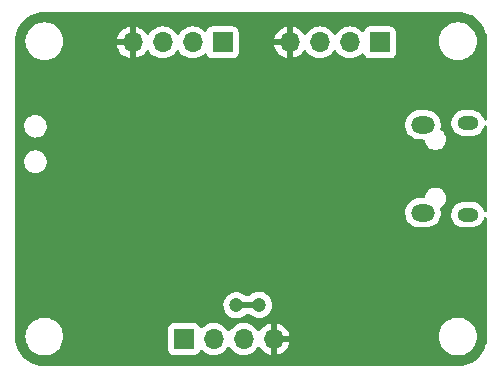
<source format=gbr>
%TF.GenerationSoftware,KiCad,Pcbnew,6.0.6-3a73a75311~116~ubuntu21.10.1*%
%TF.CreationDate,2022-07-26T12:25:36-07:00*%
%TF.ProjectId,SMT32Course,534d5433-3243-46f7-9572-73652e6b6963,0.1*%
%TF.SameCoordinates,Original*%
%TF.FileFunction,Copper,L2,Bot*%
%TF.FilePolarity,Positive*%
%FSLAX46Y46*%
G04 Gerber Fmt 4.6, Leading zero omitted, Abs format (unit mm)*
G04 Created by KiCad (PCBNEW 6.0.6-3a73a75311~116~ubuntu21.10.1) date 2022-07-26 12:25:36*
%MOMM*%
%LPD*%
G01*
G04 APERTURE LIST*
%TA.AperFunction,ComponentPad*%
%ADD10O,1.700000X1.700000*%
%TD*%
%TA.AperFunction,ComponentPad*%
%ADD11R,1.700000X1.700000*%
%TD*%
%TA.AperFunction,ComponentPad*%
%ADD12O,2.000000X1.450000*%
%TD*%
%TA.AperFunction,ComponentPad*%
%ADD13O,1.800000X1.150000*%
%TD*%
%TA.AperFunction,ViaPad*%
%ADD14C,0.700000*%
%TD*%
%TA.AperFunction,ViaPad*%
%ADD15C,1.200000*%
%TD*%
%TA.AperFunction,ViaPad*%
%ADD16C,0.800000*%
%TD*%
%TA.AperFunction,Conductor*%
%ADD17C,0.500000*%
%TD*%
G04 APERTURE END LIST*
D10*
%TO.P,J4,4,Pin_4*%
%TO.N,GND*%
X107945000Y-72600000D03*
%TO.P,J4,3,Pin_3*%
%TO.N,/I2C2_SDA*%
X105405000Y-72600000D03*
%TO.P,J4,2,Pin_2*%
%TO.N,/I2C2_SCL*%
X102865000Y-72600000D03*
D11*
%TO.P,J4,1,Pin_1*%
%TO.N,+3.3V*%
X100325000Y-72600000D03*
%TD*%
%TO.P,J3,1,Pin_1*%
%TO.N,+3.3V*%
X116925000Y-47500000D03*
D10*
%TO.P,J3,2,Pin_2*%
%TO.N,/SWDIO*%
X114385000Y-47500000D03*
%TO.P,J3,3,Pin_3*%
%TO.N,/SWCLK*%
X111845000Y-47500000D03*
%TO.P,J3,4,Pin_4*%
%TO.N,GND*%
X109305000Y-47500000D03*
%TD*%
D11*
%TO.P,J2,1,Pin_1*%
%TO.N,+3.3V*%
X103605000Y-47500000D03*
D10*
%TO.P,J2,2,Pin_2*%
%TO.N,/USART1_TX*%
X101065000Y-47500000D03*
%TO.P,J2,3,Pin_3*%
%TO.N,/USART1_RX*%
X98525000Y-47500000D03*
%TO.P,J2,4,Pin_4*%
%TO.N,GND*%
X95985000Y-47500000D03*
%TD*%
D12*
%TO.P,J1,6,Shield*%
%TO.N,N/C*%
X120575000Y-61925000D03*
X120575000Y-54475000D03*
D13*
X124375000Y-62075000D03*
X124375000Y-54325000D03*
%TD*%
D14*
%TO.N,GND*%
X95600000Y-55875000D03*
X93875000Y-61425000D03*
D15*
%TO.N,+3.3V*%
X104785500Y-69750000D03*
X106684500Y-69725000D03*
D16*
%TO.N,GND*%
X120700000Y-65725000D03*
X119800000Y-65750000D03*
X117475000Y-63000000D03*
X117475000Y-61875000D03*
X117875000Y-66825000D03*
X116975000Y-66850000D03*
X120950000Y-64600000D03*
X119300000Y-56900000D03*
X113125000Y-57475000D03*
X108200000Y-62325000D03*
X90375000Y-52950000D03*
X98275000Y-59225000D03*
X103700000Y-56750000D03*
X103250500Y-60953812D03*
X98575000Y-62975000D03*
X98550000Y-66400000D03*
X104450000Y-65600000D03*
X98650000Y-57225000D03*
X99950000Y-54800000D03*
%TD*%
D17*
%TO.N,+3.3V*%
X106684500Y-69725000D02*
X106659500Y-69750000D01*
X106659500Y-69750000D02*
X104785500Y-69750000D01*
%TD*%
%TA.AperFunction,Conductor*%
%TO.N,GND*%
G36*
X123497403Y-44902274D02*
G01*
X123508332Y-44903976D01*
X123508335Y-44903976D01*
X123518823Y-44905609D01*
X123532296Y-44903847D01*
X123533375Y-44903706D01*
X123561693Y-44902719D01*
X123790161Y-44916539D01*
X123817287Y-44918180D01*
X123835149Y-44920349D01*
X124114312Y-44971508D01*
X124131768Y-44975810D01*
X124402731Y-45060246D01*
X124419549Y-45066624D01*
X124678362Y-45183106D01*
X124694279Y-45191459D01*
X124937169Y-45338292D01*
X124951964Y-45348503D01*
X125175388Y-45523544D01*
X125188845Y-45535467D01*
X125389533Y-45736155D01*
X125401456Y-45749612D01*
X125576497Y-45973036D01*
X125586708Y-45987831D01*
X125733541Y-46230721D01*
X125741894Y-46246638D01*
X125858376Y-46505451D01*
X125864754Y-46522269D01*
X125946598Y-46784912D01*
X125949188Y-46793225D01*
X125953492Y-46810688D01*
X125969581Y-46898479D01*
X126004651Y-47089852D01*
X126006820Y-47107713D01*
X126014281Y-47231052D01*
X126021831Y-47355877D01*
X126021039Y-47372719D01*
X126021153Y-47372720D01*
X126021023Y-47383337D01*
X126019391Y-47393823D01*
X126020767Y-47404346D01*
X126020767Y-47404350D01*
X126023242Y-47423274D01*
X126024500Y-47442593D01*
X126024500Y-53976174D01*
X126004538Y-54050674D01*
X125950000Y-54105212D01*
X125875500Y-54125174D01*
X125801000Y-54105212D01*
X125746462Y-54050674D01*
X125730647Y-54011084D01*
X125723193Y-53980156D01*
X125721531Y-53973259D01*
X125706926Y-53941136D01*
X125639522Y-53792891D01*
X125636588Y-53786438D01*
X125517851Y-53619050D01*
X125512732Y-53614149D01*
X125512728Y-53614145D01*
X125374727Y-53482038D01*
X125374726Y-53482037D01*
X125369604Y-53477134D01*
X125197196Y-53365811D01*
X125006848Y-53289099D01*
X124866869Y-53261763D01*
X124810698Y-53250793D01*
X124810696Y-53250793D01*
X124805428Y-53249764D01*
X124800030Y-53249500D01*
X123998727Y-53249500D01*
X123845703Y-53264100D01*
X123648777Y-53321871D01*
X123466329Y-53415838D01*
X123304941Y-53542611D01*
X123300295Y-53547965D01*
X123300294Y-53547966D01*
X123210882Y-53651004D01*
X123170436Y-53697613D01*
X123067669Y-53875254D01*
X123065346Y-53881944D01*
X123065344Y-53881948D01*
X123022897Y-54004183D01*
X123000346Y-54069122D01*
X122970898Y-54272223D01*
X122971226Y-54279305D01*
X122978966Y-54446537D01*
X122980386Y-54477229D01*
X123028469Y-54676741D01*
X123031405Y-54683199D01*
X123031406Y-54683201D01*
X123075819Y-54780882D01*
X123113412Y-54863562D01*
X123232149Y-55030950D01*
X123237268Y-55035851D01*
X123237272Y-55035855D01*
X123340120Y-55134310D01*
X123380396Y-55172866D01*
X123552804Y-55284189D01*
X123743152Y-55360901D01*
X123860937Y-55383903D01*
X123939302Y-55399207D01*
X123939304Y-55399207D01*
X123944572Y-55400236D01*
X123949970Y-55400500D01*
X124751273Y-55400500D01*
X124904297Y-55385900D01*
X125101223Y-55328129D01*
X125110726Y-55323235D01*
X125235709Y-55258864D01*
X125283671Y-55234162D01*
X125445059Y-55107389D01*
X125507134Y-55035855D01*
X125574920Y-54957739D01*
X125574921Y-54957737D01*
X125579564Y-54952387D01*
X125682331Y-54774746D01*
X125695381Y-54737168D01*
X125734745Y-54623811D01*
X125778042Y-54559982D01*
X125847453Y-54526354D01*
X125924379Y-54531935D01*
X125988208Y-54575232D01*
X126021836Y-54644643D01*
X126024500Y-54672690D01*
X126024500Y-61726174D01*
X126004538Y-61800674D01*
X125950000Y-61855212D01*
X125875500Y-61875174D01*
X125801000Y-61855212D01*
X125746462Y-61800674D01*
X125730647Y-61761084D01*
X125723193Y-61730156D01*
X125721531Y-61723259D01*
X125676971Y-61625254D01*
X125639522Y-61542891D01*
X125636588Y-61536438D01*
X125517851Y-61369050D01*
X125512732Y-61364149D01*
X125512728Y-61364145D01*
X125374727Y-61232038D01*
X125374726Y-61232037D01*
X125369604Y-61227134D01*
X125197196Y-61115811D01*
X125006848Y-61039099D01*
X124866869Y-61011763D01*
X124810698Y-61000793D01*
X124810696Y-61000793D01*
X124805428Y-60999764D01*
X124800030Y-60999500D01*
X123998727Y-60999500D01*
X123845703Y-61014100D01*
X123648777Y-61071871D01*
X123466329Y-61165838D01*
X123304941Y-61292611D01*
X123300295Y-61297965D01*
X123300294Y-61297966D01*
X123235280Y-61372888D01*
X123170436Y-61447613D01*
X123067669Y-61625254D01*
X123065346Y-61631944D01*
X123065344Y-61631948D01*
X123028241Y-61738794D01*
X123000346Y-61819122D01*
X122970898Y-62022223D01*
X122980386Y-62227229D01*
X123028469Y-62426741D01*
X123031405Y-62433199D01*
X123031406Y-62433201D01*
X123075819Y-62530882D01*
X123113412Y-62613562D01*
X123232149Y-62780950D01*
X123237268Y-62785851D01*
X123237272Y-62785855D01*
X123316573Y-62861769D01*
X123380396Y-62922866D01*
X123552804Y-63034189D01*
X123743152Y-63110901D01*
X123874614Y-63136574D01*
X123939302Y-63149207D01*
X123939304Y-63149207D01*
X123944572Y-63150236D01*
X123949970Y-63150500D01*
X124751273Y-63150500D01*
X124904297Y-63135900D01*
X125101223Y-63078129D01*
X125283671Y-62984162D01*
X125445059Y-62857389D01*
X125516412Y-62775163D01*
X125574920Y-62707739D01*
X125574921Y-62707737D01*
X125579564Y-62702387D01*
X125682331Y-62524746D01*
X125716365Y-62426741D01*
X125734745Y-62373811D01*
X125778042Y-62309982D01*
X125847453Y-62276354D01*
X125924379Y-62281935D01*
X125988208Y-62325232D01*
X126021836Y-62394643D01*
X126024500Y-62422690D01*
X126024500Y-72349481D01*
X126022726Y-72372403D01*
X126019391Y-72393823D01*
X126020768Y-72404351D01*
X126021294Y-72408375D01*
X126022281Y-72436693D01*
X126009661Y-72645316D01*
X126006820Y-72692287D01*
X126004651Y-72710148D01*
X125975428Y-72869616D01*
X125953494Y-72989305D01*
X125949190Y-73006768D01*
X125864756Y-73277726D01*
X125858376Y-73294549D01*
X125834269Y-73348112D01*
X125776858Y-73475676D01*
X125741894Y-73553362D01*
X125733541Y-73569279D01*
X125608362Y-73776350D01*
X125586711Y-73812165D01*
X125576497Y-73826964D01*
X125401456Y-74050388D01*
X125389533Y-74063845D01*
X125188845Y-74264533D01*
X125175388Y-74276456D01*
X124951964Y-74451497D01*
X124937169Y-74461708D01*
X124694279Y-74608541D01*
X124678362Y-74616894D01*
X124419549Y-74733376D01*
X124402731Y-74739754D01*
X124131768Y-74824190D01*
X124114312Y-74828492D01*
X123869492Y-74873357D01*
X123835148Y-74879651D01*
X123817286Y-74881820D01*
X123769321Y-74884721D01*
X123569120Y-74896831D01*
X123552281Y-74896039D01*
X123552280Y-74896153D01*
X123541663Y-74896023D01*
X123531177Y-74894391D01*
X123520654Y-74895767D01*
X123520650Y-74895767D01*
X123501726Y-74898242D01*
X123482407Y-74899500D01*
X88575519Y-74899500D01*
X88552597Y-74897726D01*
X88541668Y-74896024D01*
X88541665Y-74896024D01*
X88531177Y-74894391D01*
X88517836Y-74896136D01*
X88516625Y-74896294D01*
X88488307Y-74897281D01*
X88259839Y-74883461D01*
X88232713Y-74881820D01*
X88214852Y-74879651D01*
X88180508Y-74873357D01*
X87935688Y-74828492D01*
X87918232Y-74824190D01*
X87647269Y-74739754D01*
X87630451Y-74733376D01*
X87371638Y-74616894D01*
X87355721Y-74608541D01*
X87112831Y-74461708D01*
X87098036Y-74451497D01*
X86874612Y-74276456D01*
X86861155Y-74264533D01*
X86660467Y-74063845D01*
X86648544Y-74050388D01*
X86473503Y-73826964D01*
X86463289Y-73812165D01*
X86441638Y-73776350D01*
X86316459Y-73569279D01*
X86308106Y-73553362D01*
X86273143Y-73475676D01*
X86215731Y-73348112D01*
X86191624Y-73294549D01*
X86185244Y-73277726D01*
X86100810Y-73006768D01*
X86096506Y-72989305D01*
X86074573Y-72869616D01*
X86045349Y-72710148D01*
X86043180Y-72692286D01*
X86028397Y-72447889D01*
X86029677Y-72423820D01*
X86029027Y-72423762D01*
X86029541Y-72418031D01*
X86030496Y-72412354D01*
X86030647Y-72400000D01*
X86919551Y-72400000D01*
X86939317Y-72651148D01*
X86998127Y-72896111D01*
X87094534Y-73128859D01*
X87226164Y-73343659D01*
X87229966Y-73348110D01*
X87229967Y-73348112D01*
X87330441Y-73465752D01*
X87389776Y-73535224D01*
X87394231Y-73539029D01*
X87504851Y-73633507D01*
X87581341Y-73698836D01*
X87796141Y-73830466D01*
X87801550Y-73832706D01*
X87801553Y-73832708D01*
X87903931Y-73875114D01*
X88028889Y-73926873D01*
X88273852Y-73985683D01*
X88279684Y-73986142D01*
X88459215Y-74000272D01*
X88459227Y-74000272D01*
X88462118Y-74000500D01*
X88587882Y-74000500D01*
X88590773Y-74000272D01*
X88590785Y-74000272D01*
X88770316Y-73986142D01*
X88776148Y-73985683D01*
X89021111Y-73926873D01*
X89146069Y-73875114D01*
X89248447Y-73832708D01*
X89248450Y-73832706D01*
X89253859Y-73830466D01*
X89468659Y-73698836D01*
X89545150Y-73633507D01*
X89655769Y-73539029D01*
X89660224Y-73535224D01*
X89719559Y-73465752D01*
X89820033Y-73348112D01*
X89820034Y-73348110D01*
X89823836Y-73343659D01*
X89955466Y-73128859D01*
X90051873Y-72896111D01*
X90110683Y-72651148D01*
X90130449Y-72400000D01*
X90110683Y-72148852D01*
X90051873Y-71903889D01*
X89970179Y-71706662D01*
X98974500Y-71706662D01*
X98974501Y-72601329D01*
X98974501Y-73497376D01*
X98981149Y-73558580D01*
X99031474Y-73692824D01*
X99117454Y-73807546D01*
X99232176Y-73893526D01*
X99366420Y-73943851D01*
X99375705Y-73944860D01*
X99375706Y-73944860D01*
X99394925Y-73946948D01*
X99427623Y-73950500D01*
X99431662Y-73950500D01*
X100326335Y-73950499D01*
X101222376Y-73950499D01*
X101252178Y-73947262D01*
X101274294Y-73944860D01*
X101274297Y-73944859D01*
X101283580Y-73943851D01*
X101417824Y-73893526D01*
X101532546Y-73807546D01*
X101618526Y-73692824D01*
X101654372Y-73597203D01*
X101699215Y-73534451D01*
X101769427Y-73502527D01*
X101846193Y-73509986D01*
X101899250Y-73544146D01*
X101993599Y-73638495D01*
X102187170Y-73774035D01*
X102401337Y-73873903D01*
X102407618Y-73875586D01*
X102623313Y-73933381D01*
X102623318Y-73933382D01*
X102629592Y-73935063D01*
X102636063Y-73935629D01*
X102636068Y-73935630D01*
X102858519Y-73955092D01*
X102865000Y-73955659D01*
X102871481Y-73955092D01*
X103093932Y-73935630D01*
X103093937Y-73935629D01*
X103100408Y-73935063D01*
X103106682Y-73933382D01*
X103106687Y-73933381D01*
X103322382Y-73875586D01*
X103328663Y-73873903D01*
X103542830Y-73774035D01*
X103736401Y-73638495D01*
X103903495Y-73471401D01*
X104012946Y-73315088D01*
X104072030Y-73265511D01*
X104147986Y-73252118D01*
X104220463Y-73278497D01*
X104257054Y-73315088D01*
X104366505Y-73471401D01*
X104533599Y-73638495D01*
X104727170Y-73774035D01*
X104941337Y-73873903D01*
X104947618Y-73875586D01*
X105163313Y-73933381D01*
X105163318Y-73933382D01*
X105169592Y-73935063D01*
X105176063Y-73935629D01*
X105176068Y-73935630D01*
X105398519Y-73955092D01*
X105405000Y-73955659D01*
X105411481Y-73955092D01*
X105633932Y-73935630D01*
X105633937Y-73935629D01*
X105640408Y-73935063D01*
X105646682Y-73933382D01*
X105646687Y-73933381D01*
X105862382Y-73875586D01*
X105868663Y-73873903D01*
X106082830Y-73774035D01*
X106276401Y-73638495D01*
X106443495Y-73471401D01*
X106447228Y-73466070D01*
X106553251Y-73314653D01*
X106612334Y-73265075D01*
X106688291Y-73251682D01*
X106760767Y-73278061D01*
X106797359Y-73314652D01*
X106903161Y-73465752D01*
X106911488Y-73475676D01*
X107069319Y-73633507D01*
X107079257Y-73641845D01*
X107262089Y-73769867D01*
X107273317Y-73776350D01*
X107475616Y-73870683D01*
X107487790Y-73875114D01*
X107676052Y-73925559D01*
X107692069Y-73925559D01*
X107695000Y-73920482D01*
X107695000Y-73911020D01*
X108195000Y-73911020D01*
X108199145Y-73926491D01*
X108204808Y-73928008D01*
X108402210Y-73875114D01*
X108414384Y-73870683D01*
X108616683Y-73776350D01*
X108627911Y-73769867D01*
X108810743Y-73641845D01*
X108820681Y-73633507D01*
X108978512Y-73475676D01*
X108986839Y-73465752D01*
X109114867Y-73282910D01*
X109121351Y-73271678D01*
X109215683Y-73069384D01*
X109220114Y-73057210D01*
X109270559Y-72868948D01*
X109270559Y-72852931D01*
X109265482Y-72850000D01*
X108214616Y-72850000D01*
X108199145Y-72854145D01*
X108195000Y-72869616D01*
X108195000Y-73911020D01*
X107695000Y-73911020D01*
X107695000Y-72400000D01*
X121919551Y-72400000D01*
X121939317Y-72651148D01*
X121998127Y-72896111D01*
X122094534Y-73128859D01*
X122226164Y-73343659D01*
X122229966Y-73348110D01*
X122229967Y-73348112D01*
X122330441Y-73465752D01*
X122389776Y-73535224D01*
X122394231Y-73539029D01*
X122504851Y-73633507D01*
X122581341Y-73698836D01*
X122796141Y-73830466D01*
X122801550Y-73832706D01*
X122801553Y-73832708D01*
X122903931Y-73875114D01*
X123028889Y-73926873D01*
X123273852Y-73985683D01*
X123279684Y-73986142D01*
X123459215Y-74000272D01*
X123459227Y-74000272D01*
X123462118Y-74000500D01*
X123587882Y-74000500D01*
X123590773Y-74000272D01*
X123590785Y-74000272D01*
X123770316Y-73986142D01*
X123776148Y-73985683D01*
X124021111Y-73926873D01*
X124146069Y-73875114D01*
X124248447Y-73832708D01*
X124248450Y-73832706D01*
X124253859Y-73830466D01*
X124468659Y-73698836D01*
X124545150Y-73633507D01*
X124655769Y-73539029D01*
X124660224Y-73535224D01*
X124719559Y-73465752D01*
X124820033Y-73348112D01*
X124820034Y-73348110D01*
X124823836Y-73343659D01*
X124955466Y-73128859D01*
X125051873Y-72896111D01*
X125110683Y-72651148D01*
X125130449Y-72400000D01*
X125110683Y-72148852D01*
X125051873Y-71903889D01*
X124955466Y-71671141D01*
X124823836Y-71456341D01*
X124801077Y-71429693D01*
X124664029Y-71269231D01*
X124660224Y-71264776D01*
X124468659Y-71101164D01*
X124253859Y-70969534D01*
X124248450Y-70967294D01*
X124248447Y-70967292D01*
X124026521Y-70875368D01*
X124026522Y-70875368D01*
X124021111Y-70873127D01*
X123776148Y-70814317D01*
X123770316Y-70813858D01*
X123590785Y-70799728D01*
X123590773Y-70799728D01*
X123587882Y-70799500D01*
X123462118Y-70799500D01*
X123459227Y-70799728D01*
X123459215Y-70799728D01*
X123279684Y-70813858D01*
X123273852Y-70814317D01*
X123028889Y-70873127D01*
X123023478Y-70875368D01*
X123023479Y-70875368D01*
X122801553Y-70967292D01*
X122801550Y-70967294D01*
X122796141Y-70969534D01*
X122581341Y-71101164D01*
X122389776Y-71264776D01*
X122385971Y-71269231D01*
X122248924Y-71429693D01*
X122226164Y-71456341D01*
X122094534Y-71671141D01*
X121998127Y-71903889D01*
X121939317Y-72148852D01*
X121919551Y-72400000D01*
X107695000Y-72400000D01*
X107695000Y-72330384D01*
X108195000Y-72330384D01*
X108199145Y-72345855D01*
X108214616Y-72350000D01*
X109256020Y-72350000D01*
X109271491Y-72345855D01*
X109273008Y-72340192D01*
X109220114Y-72142790D01*
X109215683Y-72130616D01*
X109121351Y-71928322D01*
X109114867Y-71917090D01*
X108986839Y-71734248D01*
X108978512Y-71724324D01*
X108820681Y-71566493D01*
X108810743Y-71558155D01*
X108627911Y-71430133D01*
X108616683Y-71423650D01*
X108414384Y-71329317D01*
X108402210Y-71324886D01*
X108213948Y-71274441D01*
X108197931Y-71274441D01*
X108195000Y-71279518D01*
X108195000Y-72330384D01*
X107695000Y-72330384D01*
X107695000Y-71288980D01*
X107690855Y-71273509D01*
X107685192Y-71271992D01*
X107487790Y-71324886D01*
X107475616Y-71329317D01*
X107273322Y-71423649D01*
X107262090Y-71430133D01*
X107079248Y-71558161D01*
X107069324Y-71566488D01*
X106911488Y-71724324D01*
X106903161Y-71734248D01*
X106797359Y-71885348D01*
X106738275Y-71934925D01*
X106662319Y-71948318D01*
X106589842Y-71921939D01*
X106553251Y-71885347D01*
X106447228Y-71733930D01*
X106447224Y-71733925D01*
X106443495Y-71728599D01*
X106276401Y-71561505D01*
X106082830Y-71425965D01*
X105868663Y-71326097D01*
X105819187Y-71312840D01*
X105646687Y-71266619D01*
X105646682Y-71266618D01*
X105640408Y-71264937D01*
X105633937Y-71264371D01*
X105633932Y-71264370D01*
X105411481Y-71244908D01*
X105405000Y-71244341D01*
X105398519Y-71244908D01*
X105176068Y-71264370D01*
X105176063Y-71264371D01*
X105169592Y-71264937D01*
X105163318Y-71266618D01*
X105163313Y-71266619D01*
X105079861Y-71288980D01*
X104941337Y-71326097D01*
X104727171Y-71425965D01*
X104533599Y-71561505D01*
X104366505Y-71728599D01*
X104362776Y-71733925D01*
X104257054Y-71884912D01*
X104197970Y-71934489D01*
X104122014Y-71947882D01*
X104049537Y-71921503D01*
X104012946Y-71884912D01*
X103907224Y-71733925D01*
X103903495Y-71728599D01*
X103736401Y-71561505D01*
X103542830Y-71425965D01*
X103328663Y-71326097D01*
X103279187Y-71312840D01*
X103106687Y-71266619D01*
X103106682Y-71266618D01*
X103100408Y-71264937D01*
X103093937Y-71264371D01*
X103093932Y-71264370D01*
X102871481Y-71244908D01*
X102865000Y-71244341D01*
X102858519Y-71244908D01*
X102636068Y-71264370D01*
X102636063Y-71264371D01*
X102629592Y-71264937D01*
X102623318Y-71266618D01*
X102623313Y-71266619D01*
X102539861Y-71288980D01*
X102401337Y-71326097D01*
X102187171Y-71425965D01*
X101993599Y-71561505D01*
X101899250Y-71655854D01*
X101832455Y-71694418D01*
X101755327Y-71694418D01*
X101688532Y-71655854D01*
X101654372Y-71602797D01*
X101622252Y-71517115D01*
X101622252Y-71517114D01*
X101618526Y-71507176D01*
X101532546Y-71392454D01*
X101417824Y-71306474D01*
X101283580Y-71256149D01*
X101274295Y-71255140D01*
X101274294Y-71255140D01*
X101255075Y-71253052D01*
X101222377Y-71249500D01*
X101218338Y-71249500D01*
X100323665Y-71249501D01*
X99427624Y-71249501D01*
X99397822Y-71252738D01*
X99375706Y-71255140D01*
X99375703Y-71255141D01*
X99366420Y-71256149D01*
X99232176Y-71306474D01*
X99117454Y-71392454D01*
X99031474Y-71507176D01*
X98981149Y-71641420D01*
X98974500Y-71702623D01*
X98974500Y-71706662D01*
X89970179Y-71706662D01*
X89955466Y-71671141D01*
X89823836Y-71456341D01*
X89801077Y-71429693D01*
X89664029Y-71269231D01*
X89660224Y-71264776D01*
X89468659Y-71101164D01*
X89253859Y-70969534D01*
X89248450Y-70967294D01*
X89248447Y-70967292D01*
X89026521Y-70875368D01*
X89026522Y-70875368D01*
X89021111Y-70873127D01*
X88776148Y-70814317D01*
X88770316Y-70813858D01*
X88590785Y-70799728D01*
X88590773Y-70799728D01*
X88587882Y-70799500D01*
X88462118Y-70799500D01*
X88459227Y-70799728D01*
X88459215Y-70799728D01*
X88279684Y-70813858D01*
X88273852Y-70814317D01*
X88028889Y-70873127D01*
X88023478Y-70875368D01*
X88023479Y-70875368D01*
X87801553Y-70967292D01*
X87801550Y-70967294D01*
X87796141Y-70969534D01*
X87581341Y-71101164D01*
X87389776Y-71264776D01*
X87385971Y-71269231D01*
X87248924Y-71429693D01*
X87226164Y-71456341D01*
X87094534Y-71671141D01*
X86998127Y-71903889D01*
X86939317Y-72148852D01*
X86919551Y-72400000D01*
X86030647Y-72400000D01*
X86027005Y-72374569D01*
X86025500Y-72353446D01*
X86025500Y-69721069D01*
X103680664Y-69721069D01*
X103693892Y-69922894D01*
X103743678Y-70118928D01*
X103746536Y-70125128D01*
X103746538Y-70125133D01*
X103772060Y-70180493D01*
X103828356Y-70302607D01*
X103945088Y-70467780D01*
X103949984Y-70472549D01*
X103949987Y-70472553D01*
X104068196Y-70587706D01*
X104089966Y-70608913D01*
X104258137Y-70721282D01*
X104264405Y-70723975D01*
X104264407Y-70723976D01*
X104329451Y-70751921D01*
X104443970Y-70801122D01*
X104641240Y-70845760D01*
X104648062Y-70846028D01*
X104836513Y-70853432D01*
X104836516Y-70853432D01*
X104843342Y-70853700D01*
X105043507Y-70824678D01*
X105235031Y-70759664D01*
X105411501Y-70660837D01*
X105562872Y-70534943D01*
X105632914Y-70502652D01*
X105658148Y-70500500D01*
X105842761Y-70500500D01*
X105917261Y-70520462D01*
X105946731Y-70542770D01*
X105988966Y-70583913D01*
X106157137Y-70696282D01*
X106342970Y-70776122D01*
X106540240Y-70820760D01*
X106547062Y-70821028D01*
X106735513Y-70828432D01*
X106735516Y-70828432D01*
X106742342Y-70828700D01*
X106942507Y-70799678D01*
X107134031Y-70734664D01*
X107209339Y-70692490D01*
X107304541Y-70639175D01*
X107304543Y-70639174D01*
X107310501Y-70635837D01*
X107466005Y-70506505D01*
X107595337Y-70351001D01*
X107694164Y-70174531D01*
X107759178Y-69983007D01*
X107788200Y-69782842D01*
X107789715Y-69725000D01*
X107771208Y-69523591D01*
X107716307Y-69328926D01*
X107712400Y-69321002D01*
X107629870Y-69153649D01*
X107626851Y-69147527D01*
X107622770Y-69142062D01*
X107622767Y-69142057D01*
X107509923Y-68990941D01*
X107509921Y-68990939D01*
X107505835Y-68985467D01*
X107357312Y-68848174D01*
X107186257Y-68740246D01*
X107179917Y-68737717D01*
X107179912Y-68737714D01*
X107004735Y-68667826D01*
X107004733Y-68667825D01*
X106998398Y-68665298D01*
X106800026Y-68625839D01*
X106700310Y-68624534D01*
X106604620Y-68623281D01*
X106604615Y-68623281D01*
X106597786Y-68623192D01*
X106591053Y-68624349D01*
X106591052Y-68624349D01*
X106405180Y-68656287D01*
X106405176Y-68656288D01*
X106398449Y-68657444D01*
X106208693Y-68727449D01*
X106034871Y-68830862D01*
X105981336Y-68877811D01*
X105884739Y-68962524D01*
X105815565Y-68996637D01*
X105786497Y-68999500D01*
X105653288Y-68999500D01*
X105578788Y-68979538D01*
X105552147Y-68959914D01*
X105463328Y-68877811D01*
X105458312Y-68873174D01*
X105287257Y-68765246D01*
X105280917Y-68762717D01*
X105280912Y-68762714D01*
X105105735Y-68692826D01*
X105105733Y-68692825D01*
X105099398Y-68690298D01*
X104901026Y-68650839D01*
X104801310Y-68649534D01*
X104705620Y-68648281D01*
X104705615Y-68648281D01*
X104698786Y-68648192D01*
X104692053Y-68649349D01*
X104692052Y-68649349D01*
X104506180Y-68681287D01*
X104506176Y-68681288D01*
X104499449Y-68682444D01*
X104309693Y-68752449D01*
X104135871Y-68855862D01*
X103983805Y-68989220D01*
X103858589Y-69148057D01*
X103764414Y-69327053D01*
X103704437Y-69520213D01*
X103680664Y-69721069D01*
X86025500Y-69721069D01*
X86025500Y-61963649D01*
X119070154Y-61963649D01*
X119096435Y-62180826D01*
X119160760Y-62389915D01*
X119261094Y-62584310D01*
X119394267Y-62757864D01*
X119556069Y-62905093D01*
X119561686Y-62908617D01*
X119561688Y-62908618D01*
X119735765Y-63017816D01*
X119741386Y-63021342D01*
X119747534Y-63023814D01*
X119747539Y-63023816D01*
X119938202Y-63100462D01*
X119938207Y-63100464D01*
X119944360Y-63102937D01*
X120046244Y-63124036D01*
X120153222Y-63146190D01*
X120153229Y-63146191D01*
X120158575Y-63147298D01*
X120164022Y-63147612D01*
X120164029Y-63147613D01*
X120199513Y-63149659D01*
X120214104Y-63150500D01*
X120905496Y-63150500D01*
X120908789Y-63150206D01*
X120908791Y-63150206D01*
X121061285Y-63136596D01*
X121061287Y-63136596D01*
X121067894Y-63136006D01*
X121278902Y-63078281D01*
X121476352Y-62984103D01*
X121654003Y-62856447D01*
X121806242Y-62699349D01*
X121928254Y-62517775D01*
X122016184Y-62317464D01*
X122050570Y-62174239D01*
X122065703Y-62111206D01*
X122065704Y-62111201D01*
X122067253Y-62104748D01*
X122079846Y-61886351D01*
X122078494Y-61875174D01*
X122054362Y-61675761D01*
X122053565Y-61669174D01*
X122042766Y-61634072D01*
X122039939Y-61556996D01*
X122076030Y-61488832D01*
X122097597Y-61469717D01*
X122230871Y-61372888D01*
X122307097Y-61288231D01*
X122352307Y-61238021D01*
X122352311Y-61238016D01*
X122357533Y-61232216D01*
X122362689Y-61223287D01*
X122448235Y-61075115D01*
X122452179Y-61068284D01*
X122510674Y-60888256D01*
X122513325Y-60863038D01*
X122529644Y-60707764D01*
X122530460Y-60700000D01*
X122510674Y-60511744D01*
X122452179Y-60331716D01*
X122357533Y-60167784D01*
X122352311Y-60161984D01*
X122352307Y-60161979D01*
X122286597Y-60089002D01*
X122230871Y-60027112D01*
X122077730Y-59915849D01*
X121904803Y-59838856D01*
X121897167Y-59837233D01*
X121897164Y-59837232D01*
X121727287Y-59801124D01*
X121727286Y-59801124D01*
X121719646Y-59799500D01*
X121530354Y-59799500D01*
X121522714Y-59801124D01*
X121522713Y-59801124D01*
X121352836Y-59837232D01*
X121352833Y-59837233D01*
X121345197Y-59838856D01*
X121172270Y-59915849D01*
X121019129Y-60027112D01*
X120963403Y-60089002D01*
X120897693Y-60161979D01*
X120897689Y-60161984D01*
X120892467Y-60167784D01*
X120797821Y-60331716D01*
X120739326Y-60511744D01*
X120738510Y-60519510D01*
X120738509Y-60519514D01*
X120733616Y-60566074D01*
X120705976Y-60638079D01*
X120646037Y-60686618D01*
X120585432Y-60699500D01*
X120244504Y-60699500D01*
X120241211Y-60699794D01*
X120241209Y-60699794D01*
X120088715Y-60713404D01*
X120088713Y-60713404D01*
X120082106Y-60713994D01*
X119871098Y-60771719D01*
X119673648Y-60865897D01*
X119495997Y-60993553D01*
X119343758Y-61150651D01*
X119221746Y-61332225D01*
X119133816Y-61532536D01*
X119082747Y-61745252D01*
X119070154Y-61963649D01*
X86025500Y-61963649D01*
X86025500Y-57646671D01*
X86815739Y-57646671D01*
X86844614Y-57837599D01*
X86911290Y-58018821D01*
X87013045Y-58182934D01*
X87145721Y-58323235D01*
X87151896Y-58327559D01*
X87151901Y-58327563D01*
X87233257Y-58384528D01*
X87303898Y-58433991D01*
X87481115Y-58510680D01*
X87488504Y-58512224D01*
X87488505Y-58512224D01*
X87559226Y-58526998D01*
X87670133Y-58550168D01*
X87676468Y-58550500D01*
X87818259Y-58550500D01*
X87822008Y-58550119D01*
X87822012Y-58550119D01*
X87954601Y-58536651D01*
X87954603Y-58536650D01*
X87962110Y-58535888D01*
X88146373Y-58478144D01*
X88152978Y-58474483D01*
X88152980Y-58474482D01*
X88308662Y-58388186D01*
X88308663Y-58388185D01*
X88315261Y-58384528D01*
X88461875Y-58258864D01*
X88580227Y-58106286D01*
X88665481Y-57933026D01*
X88714155Y-57746163D01*
X88724261Y-57553329D01*
X88695386Y-57362401D01*
X88628710Y-57181179D01*
X88526955Y-57017066D01*
X88394279Y-56876765D01*
X88388104Y-56872441D01*
X88388099Y-56872437D01*
X88242283Y-56770337D01*
X88236102Y-56766009D01*
X88058885Y-56689320D01*
X88051496Y-56687776D01*
X88051495Y-56687776D01*
X87934569Y-56663349D01*
X87869867Y-56649832D01*
X87863532Y-56649500D01*
X87721741Y-56649500D01*
X87717992Y-56649881D01*
X87717988Y-56649881D01*
X87585399Y-56663349D01*
X87585397Y-56663350D01*
X87577890Y-56664112D01*
X87393627Y-56721856D01*
X87387022Y-56725517D01*
X87387020Y-56725518D01*
X87231338Y-56811814D01*
X87224739Y-56815472D01*
X87078125Y-56941136D01*
X86959773Y-57093714D01*
X86874519Y-57266974D01*
X86825845Y-57453837D01*
X86815739Y-57646671D01*
X86025500Y-57646671D01*
X86025500Y-54646671D01*
X86815739Y-54646671D01*
X86816867Y-54654129D01*
X86816867Y-54654130D01*
X86817938Y-54661209D01*
X86844614Y-54837599D01*
X86911290Y-55018821D01*
X86915265Y-55025232D01*
X86915266Y-55025234D01*
X86961322Y-55099514D01*
X87013045Y-55182934D01*
X87145721Y-55323235D01*
X87151896Y-55327559D01*
X87151901Y-55327563D01*
X87289308Y-55423775D01*
X87303898Y-55433991D01*
X87481115Y-55510680D01*
X87488504Y-55512224D01*
X87488505Y-55512224D01*
X87523401Y-55519514D01*
X87670133Y-55550168D01*
X87676468Y-55550500D01*
X87818259Y-55550500D01*
X87822008Y-55550119D01*
X87822012Y-55550119D01*
X87954601Y-55536651D01*
X87954603Y-55536650D01*
X87962110Y-55535888D01*
X88146373Y-55478144D01*
X88152978Y-55474483D01*
X88152980Y-55474482D01*
X88308662Y-55388186D01*
X88308663Y-55388185D01*
X88315261Y-55384528D01*
X88461875Y-55258864D01*
X88580227Y-55106286D01*
X88665481Y-54933026D01*
X88714155Y-54746163D01*
X88714627Y-54737168D01*
X88723866Y-54560863D01*
X88724261Y-54553329D01*
X88721026Y-54531935D01*
X88718260Y-54513649D01*
X119070154Y-54513649D01*
X119070950Y-54520226D01*
X119070950Y-54520230D01*
X119089055Y-54669844D01*
X119096435Y-54730826D01*
X119098386Y-54737167D01*
X119098386Y-54737168D01*
X119101153Y-54746163D01*
X119160760Y-54939915D01*
X119163805Y-54945815D01*
X119163806Y-54945817D01*
X119197831Y-55011740D01*
X119261094Y-55134310D01*
X119394267Y-55307864D01*
X119556069Y-55455093D01*
X119561686Y-55458617D01*
X119561688Y-55458618D01*
X119707632Y-55550168D01*
X119741386Y-55571342D01*
X119747534Y-55573814D01*
X119747539Y-55573816D01*
X119938202Y-55650462D01*
X119938207Y-55650464D01*
X119944360Y-55652937D01*
X120046244Y-55674036D01*
X120153222Y-55696190D01*
X120153229Y-55696191D01*
X120158575Y-55697298D01*
X120164022Y-55697612D01*
X120164029Y-55697613D01*
X120199513Y-55699659D01*
X120214104Y-55700500D01*
X120585432Y-55700500D01*
X120659932Y-55720462D01*
X120714470Y-55775000D01*
X120733616Y-55833926D01*
X120739326Y-55888256D01*
X120797821Y-56068284D01*
X120892467Y-56232216D01*
X120897689Y-56238016D01*
X120897693Y-56238021D01*
X120963403Y-56310998D01*
X121019129Y-56372888D01*
X121172270Y-56484151D01*
X121345197Y-56561144D01*
X121352833Y-56562767D01*
X121352836Y-56562768D01*
X121522713Y-56598876D01*
X121522714Y-56598876D01*
X121530354Y-56600500D01*
X121719646Y-56600500D01*
X121727286Y-56598876D01*
X121727287Y-56598876D01*
X121897164Y-56562768D01*
X121897167Y-56562767D01*
X121904803Y-56561144D01*
X122077730Y-56484151D01*
X122230871Y-56372888D01*
X122286597Y-56310998D01*
X122352307Y-56238021D01*
X122352311Y-56238016D01*
X122357533Y-56232216D01*
X122452179Y-56068284D01*
X122510674Y-55888256D01*
X122522578Y-55775000D01*
X122529644Y-55707764D01*
X122530460Y-55700000D01*
X122525514Y-55652937D01*
X122511491Y-55519514D01*
X122511490Y-55519511D01*
X122510674Y-55511744D01*
X122452179Y-55331716D01*
X122393328Y-55229783D01*
X122361438Y-55174547D01*
X122361436Y-55174544D01*
X122357533Y-55167784D01*
X122352311Y-55161984D01*
X122352307Y-55161979D01*
X122238743Y-55035855D01*
X122230871Y-55027112D01*
X122219460Y-55018821D01*
X122119576Y-54946252D01*
X122095978Y-54929107D01*
X122047441Y-54869168D01*
X122035375Y-54792990D01*
X122038676Y-54773781D01*
X122065702Y-54661209D01*
X122065702Y-54661207D01*
X122067253Y-54654748D01*
X122079846Y-54436351D01*
X122053565Y-54219174D01*
X122044055Y-54188260D01*
X121991192Y-54016430D01*
X121989240Y-54010085D01*
X121971738Y-53976174D01*
X121891952Y-53821592D01*
X121888906Y-53815690D01*
X121755733Y-53642136D01*
X121593931Y-53494907D01*
X121565599Y-53477134D01*
X121414235Y-53382184D01*
X121408614Y-53378658D01*
X121402466Y-53376186D01*
X121402461Y-53376184D01*
X121211798Y-53299538D01*
X121211793Y-53299536D01*
X121205640Y-53297063D01*
X121103756Y-53275964D01*
X120996778Y-53253810D01*
X120996771Y-53253809D01*
X120991425Y-53252702D01*
X120985978Y-53252388D01*
X120985971Y-53252387D01*
X120950487Y-53250341D01*
X120935896Y-53249500D01*
X120244504Y-53249500D01*
X120241211Y-53249794D01*
X120241209Y-53249794D01*
X120088715Y-53263404D01*
X120088713Y-53263404D01*
X120082106Y-53263994D01*
X119871098Y-53321719D01*
X119673648Y-53415897D01*
X119495997Y-53543553D01*
X119343758Y-53700651D01*
X119221746Y-53882225D01*
X119133816Y-54082536D01*
X119115335Y-54159516D01*
X119086576Y-54279305D01*
X119082747Y-54295252D01*
X119070154Y-54513649D01*
X88718260Y-54513649D01*
X88696514Y-54369860D01*
X88695386Y-54362401D01*
X88628710Y-54181179D01*
X88526955Y-54017066D01*
X88394279Y-53876765D01*
X88388104Y-53872441D01*
X88388099Y-53872437D01*
X88242283Y-53770337D01*
X88236102Y-53766009D01*
X88058885Y-53689320D01*
X88051496Y-53687776D01*
X88051495Y-53687776D01*
X87934569Y-53663349D01*
X87869867Y-53649832D01*
X87863532Y-53649500D01*
X87721741Y-53649500D01*
X87717992Y-53649881D01*
X87717988Y-53649881D01*
X87585399Y-53663349D01*
X87585397Y-53663350D01*
X87577890Y-53664112D01*
X87393627Y-53721856D01*
X87387022Y-53725517D01*
X87387020Y-53725518D01*
X87265476Y-53792891D01*
X87224739Y-53815472D01*
X87078125Y-53941136D01*
X86959773Y-54093714D01*
X86874519Y-54266974D01*
X86825845Y-54453837D01*
X86815739Y-54646671D01*
X86025500Y-54646671D01*
X86025500Y-47454496D01*
X86027565Y-47429775D01*
X86029542Y-47418027D01*
X86029543Y-47418021D01*
X86030496Y-47412354D01*
X86030647Y-47400000D01*
X86919551Y-47400000D01*
X86939317Y-47651148D01*
X86998127Y-47896111D01*
X87094534Y-48128859D01*
X87226164Y-48343659D01*
X87229966Y-48348110D01*
X87229967Y-48348112D01*
X87275477Y-48401397D01*
X87389776Y-48535224D01*
X87394231Y-48539029D01*
X87547423Y-48669867D01*
X87581341Y-48698836D01*
X87796141Y-48830466D01*
X87801550Y-48832706D01*
X87801553Y-48832708D01*
X87960302Y-48898463D01*
X88028889Y-48926873D01*
X88273852Y-48985683D01*
X88279684Y-48986142D01*
X88459215Y-49000272D01*
X88459227Y-49000272D01*
X88462118Y-49000500D01*
X88587882Y-49000500D01*
X88590773Y-49000272D01*
X88590785Y-49000272D01*
X88770316Y-48986142D01*
X88776148Y-48985683D01*
X89021111Y-48926873D01*
X89089698Y-48898463D01*
X89248447Y-48832708D01*
X89248450Y-48832706D01*
X89253859Y-48830466D01*
X89468659Y-48698836D01*
X89502578Y-48669867D01*
X89655769Y-48539029D01*
X89660224Y-48535224D01*
X89774523Y-48401397D01*
X89820033Y-48348112D01*
X89820034Y-48348110D01*
X89823836Y-48343659D01*
X89955466Y-48128859D01*
X90051873Y-47896111D01*
X90084596Y-47759808D01*
X94656992Y-47759808D01*
X94709886Y-47957210D01*
X94714317Y-47969384D01*
X94808649Y-48171678D01*
X94815133Y-48182910D01*
X94943161Y-48365752D01*
X94951488Y-48375676D01*
X95109319Y-48533507D01*
X95119257Y-48541845D01*
X95302089Y-48669867D01*
X95313317Y-48676350D01*
X95515616Y-48770683D01*
X95527790Y-48775114D01*
X95716052Y-48825559D01*
X95732069Y-48825559D01*
X95735000Y-48820482D01*
X95735000Y-48811020D01*
X96235000Y-48811020D01*
X96239145Y-48826491D01*
X96244808Y-48828008D01*
X96442210Y-48775114D01*
X96454384Y-48770683D01*
X96656683Y-48676350D01*
X96667911Y-48669867D01*
X96850743Y-48541845D01*
X96860681Y-48533507D01*
X97018512Y-48375676D01*
X97026839Y-48365752D01*
X97132641Y-48214652D01*
X97191725Y-48165075D01*
X97267681Y-48151682D01*
X97340158Y-48178061D01*
X97376749Y-48214653D01*
X97482772Y-48366070D01*
X97486505Y-48371401D01*
X97653599Y-48538495D01*
X97847170Y-48674035D01*
X98061337Y-48773903D01*
X98067618Y-48775586D01*
X98283313Y-48833381D01*
X98283318Y-48833382D01*
X98289592Y-48835063D01*
X98296063Y-48835629D01*
X98296068Y-48835630D01*
X98518519Y-48855092D01*
X98525000Y-48855659D01*
X98531481Y-48855092D01*
X98753932Y-48835630D01*
X98753937Y-48835629D01*
X98760408Y-48835063D01*
X98766682Y-48833382D01*
X98766687Y-48833381D01*
X98982382Y-48775586D01*
X98988663Y-48773903D01*
X99202830Y-48674035D01*
X99396401Y-48538495D01*
X99563495Y-48371401D01*
X99672946Y-48215088D01*
X99732030Y-48165511D01*
X99807986Y-48152118D01*
X99880463Y-48178497D01*
X99917054Y-48215088D01*
X100026505Y-48371401D01*
X100193599Y-48538495D01*
X100387170Y-48674035D01*
X100601337Y-48773903D01*
X100607618Y-48775586D01*
X100823313Y-48833381D01*
X100823318Y-48833382D01*
X100829592Y-48835063D01*
X100836063Y-48835629D01*
X100836068Y-48835630D01*
X101058519Y-48855092D01*
X101065000Y-48855659D01*
X101071481Y-48855092D01*
X101293932Y-48835630D01*
X101293937Y-48835629D01*
X101300408Y-48835063D01*
X101306682Y-48833382D01*
X101306687Y-48833381D01*
X101522382Y-48775586D01*
X101528663Y-48773903D01*
X101742830Y-48674035D01*
X101936401Y-48538495D01*
X102030750Y-48444146D01*
X102097545Y-48405582D01*
X102174673Y-48405582D01*
X102241468Y-48444146D01*
X102275628Y-48497203D01*
X102311474Y-48592824D01*
X102397454Y-48707546D01*
X102512176Y-48793526D01*
X102646420Y-48843851D01*
X102655705Y-48844860D01*
X102655706Y-48844860D01*
X102674925Y-48846948D01*
X102707623Y-48850500D01*
X102711662Y-48850500D01*
X103606335Y-48850499D01*
X104502376Y-48850499D01*
X104532178Y-48847262D01*
X104554294Y-48844860D01*
X104554297Y-48844859D01*
X104563580Y-48843851D01*
X104697824Y-48793526D01*
X104812546Y-48707546D01*
X104898526Y-48592824D01*
X104948851Y-48458580D01*
X104955500Y-48397377D01*
X104955500Y-47759808D01*
X107976992Y-47759808D01*
X108029886Y-47957210D01*
X108034317Y-47969384D01*
X108128649Y-48171678D01*
X108135133Y-48182910D01*
X108263161Y-48365752D01*
X108271488Y-48375676D01*
X108429319Y-48533507D01*
X108439257Y-48541845D01*
X108622089Y-48669867D01*
X108633317Y-48676350D01*
X108835616Y-48770683D01*
X108847790Y-48775114D01*
X109036052Y-48825559D01*
X109052069Y-48825559D01*
X109055000Y-48820482D01*
X109055000Y-48811020D01*
X109555000Y-48811020D01*
X109559145Y-48826491D01*
X109564808Y-48828008D01*
X109762210Y-48775114D01*
X109774384Y-48770683D01*
X109976683Y-48676350D01*
X109987911Y-48669867D01*
X110170743Y-48541845D01*
X110180681Y-48533507D01*
X110338512Y-48375676D01*
X110346839Y-48365752D01*
X110452641Y-48214652D01*
X110511725Y-48165075D01*
X110587681Y-48151682D01*
X110660158Y-48178061D01*
X110696749Y-48214653D01*
X110802772Y-48366070D01*
X110806505Y-48371401D01*
X110973599Y-48538495D01*
X111167170Y-48674035D01*
X111381337Y-48773903D01*
X111387618Y-48775586D01*
X111603313Y-48833381D01*
X111603318Y-48833382D01*
X111609592Y-48835063D01*
X111616063Y-48835629D01*
X111616068Y-48835630D01*
X111838519Y-48855092D01*
X111845000Y-48855659D01*
X111851481Y-48855092D01*
X112073932Y-48835630D01*
X112073937Y-48835629D01*
X112080408Y-48835063D01*
X112086682Y-48833382D01*
X112086687Y-48833381D01*
X112302382Y-48775586D01*
X112308663Y-48773903D01*
X112522830Y-48674035D01*
X112716401Y-48538495D01*
X112883495Y-48371401D01*
X112992946Y-48215088D01*
X113052030Y-48165511D01*
X113127986Y-48152118D01*
X113200463Y-48178497D01*
X113237054Y-48215088D01*
X113346505Y-48371401D01*
X113513599Y-48538495D01*
X113707170Y-48674035D01*
X113921337Y-48773903D01*
X113927618Y-48775586D01*
X114143313Y-48833381D01*
X114143318Y-48833382D01*
X114149592Y-48835063D01*
X114156063Y-48835629D01*
X114156068Y-48835630D01*
X114378519Y-48855092D01*
X114385000Y-48855659D01*
X114391481Y-48855092D01*
X114613932Y-48835630D01*
X114613937Y-48835629D01*
X114620408Y-48835063D01*
X114626682Y-48833382D01*
X114626687Y-48833381D01*
X114842382Y-48775586D01*
X114848663Y-48773903D01*
X115062830Y-48674035D01*
X115256401Y-48538495D01*
X115350750Y-48444146D01*
X115417545Y-48405582D01*
X115494673Y-48405582D01*
X115561468Y-48444146D01*
X115595628Y-48497203D01*
X115631474Y-48592824D01*
X115717454Y-48707546D01*
X115832176Y-48793526D01*
X115966420Y-48843851D01*
X115975705Y-48844860D01*
X115975706Y-48844860D01*
X115994925Y-48846948D01*
X116027623Y-48850500D01*
X116031662Y-48850500D01*
X116926335Y-48850499D01*
X117822376Y-48850499D01*
X117852178Y-48847262D01*
X117874294Y-48844860D01*
X117874297Y-48844859D01*
X117883580Y-48843851D01*
X118017824Y-48793526D01*
X118132546Y-48707546D01*
X118218526Y-48592824D01*
X118268851Y-48458580D01*
X118275500Y-48397377D01*
X118275500Y-47500000D01*
X118275500Y-47400000D01*
X121919551Y-47400000D01*
X121939317Y-47651148D01*
X121998127Y-47896111D01*
X122094534Y-48128859D01*
X122226164Y-48343659D01*
X122229966Y-48348110D01*
X122229967Y-48348112D01*
X122275477Y-48401397D01*
X122389776Y-48535224D01*
X122394231Y-48539029D01*
X122547423Y-48669867D01*
X122581341Y-48698836D01*
X122796141Y-48830466D01*
X122801550Y-48832706D01*
X122801553Y-48832708D01*
X122960302Y-48898463D01*
X123028889Y-48926873D01*
X123273852Y-48985683D01*
X123279684Y-48986142D01*
X123459215Y-49000272D01*
X123459227Y-49000272D01*
X123462118Y-49000500D01*
X123587882Y-49000500D01*
X123590773Y-49000272D01*
X123590785Y-49000272D01*
X123770316Y-48986142D01*
X123776148Y-48985683D01*
X124021111Y-48926873D01*
X124089698Y-48898463D01*
X124248447Y-48832708D01*
X124248450Y-48832706D01*
X124253859Y-48830466D01*
X124468659Y-48698836D01*
X124502578Y-48669867D01*
X124655769Y-48539029D01*
X124660224Y-48535224D01*
X124774523Y-48401397D01*
X124820033Y-48348112D01*
X124820034Y-48348110D01*
X124823836Y-48343659D01*
X124955466Y-48128859D01*
X125051873Y-47896111D01*
X125110683Y-47651148D01*
X125130449Y-47400000D01*
X125110683Y-47148852D01*
X125051873Y-46903889D01*
X125002772Y-46785348D01*
X124957708Y-46676553D01*
X124957706Y-46676550D01*
X124955466Y-46671141D01*
X124823836Y-46456341D01*
X124760884Y-46382633D01*
X124664029Y-46269231D01*
X124660224Y-46264776D01*
X124560400Y-46179518D01*
X124473112Y-46104967D01*
X124473110Y-46104966D01*
X124468659Y-46101164D01*
X124253859Y-45969534D01*
X124248450Y-45967294D01*
X124248447Y-45967292D01*
X124026521Y-45875368D01*
X124026522Y-45875368D01*
X124021111Y-45873127D01*
X123776148Y-45814317D01*
X123770316Y-45813858D01*
X123590785Y-45799728D01*
X123590773Y-45799728D01*
X123587882Y-45799500D01*
X123462118Y-45799500D01*
X123459227Y-45799728D01*
X123459215Y-45799728D01*
X123279684Y-45813858D01*
X123273852Y-45814317D01*
X123028889Y-45873127D01*
X123023478Y-45875368D01*
X123023479Y-45875368D01*
X122801553Y-45967292D01*
X122801550Y-45967294D01*
X122796141Y-45969534D01*
X122581341Y-46101164D01*
X122576890Y-46104966D01*
X122576888Y-46104967D01*
X122489600Y-46179518D01*
X122389776Y-46264776D01*
X122385971Y-46269231D01*
X122289117Y-46382633D01*
X122226164Y-46456341D01*
X122094534Y-46671141D01*
X122092294Y-46676550D01*
X122092292Y-46676553D01*
X122047228Y-46785348D01*
X121998127Y-46903889D01*
X121939317Y-47148852D01*
X121919551Y-47400000D01*
X118275500Y-47400000D01*
X118275499Y-46606651D01*
X118275499Y-46602624D01*
X118268851Y-46541420D01*
X118218526Y-46407176D01*
X118132546Y-46292454D01*
X118017824Y-46206474D01*
X117883580Y-46156149D01*
X117874295Y-46155140D01*
X117874294Y-46155140D01*
X117855075Y-46153052D01*
X117822377Y-46149500D01*
X117818338Y-46149500D01*
X116923665Y-46149501D01*
X116027624Y-46149501D01*
X115997822Y-46152738D01*
X115975706Y-46155140D01*
X115975703Y-46155141D01*
X115966420Y-46156149D01*
X115832176Y-46206474D01*
X115717454Y-46292454D01*
X115631474Y-46407176D01*
X115627748Y-46417114D01*
X115627748Y-46417115D01*
X115595628Y-46502797D01*
X115550785Y-46565549D01*
X115480573Y-46597473D01*
X115403807Y-46590014D01*
X115350750Y-46555854D01*
X115256401Y-46461505D01*
X115062830Y-46325965D01*
X114848663Y-46226097D01*
X114799187Y-46212840D01*
X114626687Y-46166619D01*
X114626682Y-46166618D01*
X114620408Y-46164937D01*
X114613937Y-46164371D01*
X114613932Y-46164370D01*
X114391481Y-46144908D01*
X114385000Y-46144341D01*
X114378519Y-46144908D01*
X114156068Y-46164370D01*
X114156063Y-46164371D01*
X114149592Y-46164937D01*
X114143318Y-46166618D01*
X114143313Y-46166619D01*
X114059861Y-46188980D01*
X113921337Y-46226097D01*
X113707171Y-46325965D01*
X113513599Y-46461505D01*
X113346505Y-46628599D01*
X113285122Y-46716263D01*
X113237054Y-46784912D01*
X113177970Y-46834489D01*
X113102014Y-46847882D01*
X113029537Y-46821503D01*
X112992946Y-46784912D01*
X112944878Y-46716263D01*
X112883495Y-46628599D01*
X112716401Y-46461505D01*
X112522830Y-46325965D01*
X112308663Y-46226097D01*
X112259187Y-46212840D01*
X112086687Y-46166619D01*
X112086682Y-46166618D01*
X112080408Y-46164937D01*
X112073937Y-46164371D01*
X112073932Y-46164370D01*
X111851481Y-46144908D01*
X111845000Y-46144341D01*
X111838519Y-46144908D01*
X111616068Y-46164370D01*
X111616063Y-46164371D01*
X111609592Y-46164937D01*
X111603318Y-46166618D01*
X111603313Y-46166619D01*
X111519861Y-46188980D01*
X111381337Y-46226097D01*
X111167171Y-46325965D01*
X110973599Y-46461505D01*
X110806505Y-46628599D01*
X110802776Y-46633925D01*
X110802772Y-46633930D01*
X110696749Y-46785347D01*
X110637666Y-46834925D01*
X110561709Y-46848318D01*
X110489233Y-46821939D01*
X110452641Y-46785348D01*
X110346839Y-46634248D01*
X110338512Y-46624324D01*
X110180681Y-46466493D01*
X110170743Y-46458155D01*
X109987911Y-46330133D01*
X109976683Y-46323650D01*
X109774384Y-46229317D01*
X109762210Y-46224886D01*
X109573948Y-46174441D01*
X109557931Y-46174441D01*
X109555000Y-46179518D01*
X109555000Y-48811020D01*
X109055000Y-48811020D01*
X109055000Y-47769616D01*
X109050855Y-47754145D01*
X109035384Y-47750000D01*
X107993980Y-47750000D01*
X107978509Y-47754145D01*
X107976992Y-47759808D01*
X104955500Y-47759808D01*
X104955500Y-47500000D01*
X104955500Y-47247069D01*
X107979441Y-47247069D01*
X107984518Y-47250000D01*
X109035384Y-47250000D01*
X109050855Y-47245855D01*
X109055000Y-47230384D01*
X109055000Y-46188980D01*
X109050855Y-46173509D01*
X109045192Y-46171992D01*
X108847790Y-46224886D01*
X108835616Y-46229317D01*
X108633322Y-46323649D01*
X108622090Y-46330133D01*
X108439248Y-46458161D01*
X108429324Y-46466488D01*
X108271488Y-46624324D01*
X108263161Y-46634248D01*
X108135133Y-46817090D01*
X108128649Y-46828322D01*
X108034317Y-47030616D01*
X108029886Y-47042790D01*
X107979441Y-47231052D01*
X107979441Y-47247069D01*
X104955500Y-47247069D01*
X104955499Y-46606651D01*
X104955499Y-46602624D01*
X104948851Y-46541420D01*
X104898526Y-46407176D01*
X104812546Y-46292454D01*
X104697824Y-46206474D01*
X104563580Y-46156149D01*
X104554295Y-46155140D01*
X104554294Y-46155140D01*
X104535075Y-46153052D01*
X104502377Y-46149500D01*
X104498338Y-46149500D01*
X103603665Y-46149501D01*
X102707624Y-46149501D01*
X102677822Y-46152738D01*
X102655706Y-46155140D01*
X102655703Y-46155141D01*
X102646420Y-46156149D01*
X102512176Y-46206474D01*
X102397454Y-46292454D01*
X102311474Y-46407176D01*
X102307748Y-46417114D01*
X102307748Y-46417115D01*
X102275628Y-46502797D01*
X102230785Y-46565549D01*
X102160573Y-46597473D01*
X102083807Y-46590014D01*
X102030750Y-46555854D01*
X101936401Y-46461505D01*
X101742830Y-46325965D01*
X101528663Y-46226097D01*
X101479187Y-46212840D01*
X101306687Y-46166619D01*
X101306682Y-46166618D01*
X101300408Y-46164937D01*
X101293937Y-46164371D01*
X101293932Y-46164370D01*
X101071481Y-46144908D01*
X101065000Y-46144341D01*
X101058519Y-46144908D01*
X100836068Y-46164370D01*
X100836063Y-46164371D01*
X100829592Y-46164937D01*
X100823318Y-46166618D01*
X100823313Y-46166619D01*
X100739861Y-46188980D01*
X100601337Y-46226097D01*
X100387171Y-46325965D01*
X100193599Y-46461505D01*
X100026505Y-46628599D01*
X99965122Y-46716263D01*
X99917054Y-46784912D01*
X99857970Y-46834489D01*
X99782014Y-46847882D01*
X99709537Y-46821503D01*
X99672946Y-46784912D01*
X99624878Y-46716263D01*
X99563495Y-46628599D01*
X99396401Y-46461505D01*
X99202830Y-46325965D01*
X98988663Y-46226097D01*
X98939187Y-46212840D01*
X98766687Y-46166619D01*
X98766682Y-46166618D01*
X98760408Y-46164937D01*
X98753937Y-46164371D01*
X98753932Y-46164370D01*
X98531481Y-46144908D01*
X98525000Y-46144341D01*
X98518519Y-46144908D01*
X98296068Y-46164370D01*
X98296063Y-46164371D01*
X98289592Y-46164937D01*
X98283318Y-46166618D01*
X98283313Y-46166619D01*
X98199861Y-46188980D01*
X98061337Y-46226097D01*
X97847171Y-46325965D01*
X97653599Y-46461505D01*
X97486505Y-46628599D01*
X97482776Y-46633925D01*
X97482772Y-46633930D01*
X97376749Y-46785347D01*
X97317666Y-46834925D01*
X97241709Y-46848318D01*
X97169233Y-46821939D01*
X97132641Y-46785348D01*
X97026839Y-46634248D01*
X97018512Y-46624324D01*
X96860681Y-46466493D01*
X96850743Y-46458155D01*
X96667911Y-46330133D01*
X96656683Y-46323650D01*
X96454384Y-46229317D01*
X96442210Y-46224886D01*
X96253948Y-46174441D01*
X96237931Y-46174441D01*
X96235000Y-46179518D01*
X96235000Y-48811020D01*
X95735000Y-48811020D01*
X95735000Y-47769616D01*
X95730855Y-47754145D01*
X95715384Y-47750000D01*
X94673980Y-47750000D01*
X94658509Y-47754145D01*
X94656992Y-47759808D01*
X90084596Y-47759808D01*
X90110683Y-47651148D01*
X90130449Y-47400000D01*
X90118413Y-47247069D01*
X94659441Y-47247069D01*
X94664518Y-47250000D01*
X95715384Y-47250000D01*
X95730855Y-47245855D01*
X95735000Y-47230384D01*
X95735000Y-46188980D01*
X95730855Y-46173509D01*
X95725192Y-46171992D01*
X95527790Y-46224886D01*
X95515616Y-46229317D01*
X95313322Y-46323649D01*
X95302090Y-46330133D01*
X95119248Y-46458161D01*
X95109324Y-46466488D01*
X94951488Y-46624324D01*
X94943161Y-46634248D01*
X94815133Y-46817090D01*
X94808649Y-46828322D01*
X94714317Y-47030616D01*
X94709886Y-47042790D01*
X94659441Y-47231052D01*
X94659441Y-47247069D01*
X90118413Y-47247069D01*
X90110683Y-47148852D01*
X90051873Y-46903889D01*
X90002772Y-46785348D01*
X89957708Y-46676553D01*
X89957706Y-46676550D01*
X89955466Y-46671141D01*
X89823836Y-46456341D01*
X89760884Y-46382633D01*
X89664029Y-46269231D01*
X89660224Y-46264776D01*
X89560400Y-46179518D01*
X89473112Y-46104967D01*
X89473110Y-46104966D01*
X89468659Y-46101164D01*
X89253859Y-45969534D01*
X89248450Y-45967294D01*
X89248447Y-45967292D01*
X89026521Y-45875368D01*
X89026522Y-45875368D01*
X89021111Y-45873127D01*
X88776148Y-45814317D01*
X88770316Y-45813858D01*
X88590785Y-45799728D01*
X88590773Y-45799728D01*
X88587882Y-45799500D01*
X88462118Y-45799500D01*
X88459227Y-45799728D01*
X88459215Y-45799728D01*
X88279684Y-45813858D01*
X88273852Y-45814317D01*
X88028889Y-45873127D01*
X88023478Y-45875368D01*
X88023479Y-45875368D01*
X87801553Y-45967292D01*
X87801550Y-45967294D01*
X87796141Y-45969534D01*
X87581341Y-46101164D01*
X87576890Y-46104966D01*
X87576888Y-46104967D01*
X87489600Y-46179518D01*
X87389776Y-46264776D01*
X87385971Y-46269231D01*
X87289117Y-46382633D01*
X87226164Y-46456341D01*
X87094534Y-46671141D01*
X87092294Y-46676550D01*
X87092292Y-46676553D01*
X87047228Y-46785348D01*
X86998127Y-46903889D01*
X86939317Y-47148852D01*
X86919551Y-47400000D01*
X86030647Y-47400000D01*
X86029176Y-47389728D01*
X86027943Y-47359607D01*
X86043180Y-47107713D01*
X86045349Y-47089852D01*
X86080419Y-46898479D01*
X86096508Y-46810688D01*
X86100812Y-46793225D01*
X86103403Y-46784912D01*
X86185246Y-46522269D01*
X86191624Y-46505451D01*
X86308106Y-46246638D01*
X86316459Y-46230721D01*
X86463292Y-45987831D01*
X86473503Y-45973036D01*
X86648544Y-45749612D01*
X86660467Y-45736155D01*
X86861155Y-45535467D01*
X86874612Y-45523544D01*
X87098036Y-45348503D01*
X87112831Y-45338292D01*
X87355721Y-45191459D01*
X87371638Y-45183106D01*
X87630451Y-45066624D01*
X87647269Y-45060246D01*
X87918232Y-44975810D01*
X87935688Y-44971508D01*
X88214851Y-44920349D01*
X88232714Y-44918180D01*
X88280679Y-44915279D01*
X88480880Y-44903169D01*
X88497719Y-44903961D01*
X88497720Y-44903847D01*
X88508337Y-44903977D01*
X88518823Y-44905609D01*
X88529346Y-44904233D01*
X88529350Y-44904233D01*
X88548274Y-44901758D01*
X88567593Y-44900500D01*
X123474481Y-44900500D01*
X123497403Y-44902274D01*
G37*
%TD.AperFunction*%
%TD*%
M02*

</source>
